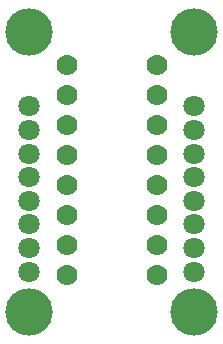
<source format=gts>
G04 Layer: TopSolderMaskLayer*
G04 EasyEDA v5.9.42, Fri, 05 Apr 2019 14:57:40 GMT*
G04 4e9f10f097634dd6829a82e3e2597e5f*
G04 Gerber Generator version 0.2*
G04 Scale: 100 percent, Rotated: No, Reflected: No *
G04 Dimensions in inches *
G04 leading zeros omitted , absolute positions ,2 integer and 4 decimal *
%FSLAX24Y24*%
%MOIN*%
G90*
G70D02*

%ADD21C,0.071000*%
%ADD22C,0.070000*%
%ADD23C,0.158000*%

%LPD*%
G54D21*
G01X6400Y2250D03*
G01X6400Y3037D03*
G01X6400Y3824D03*
G01X6400Y4612D03*
G01X6400Y5399D03*
G01X6400Y6186D03*
G01X6400Y6974D03*
G01X6400Y7761D03*
G01X888Y2250D03*
G01X888Y3037D03*
G01X888Y3824D03*
G01X888Y4612D03*
G01X888Y5399D03*
G01X888Y6186D03*
G01X888Y6974D03*
G01X888Y7761D03*
G54D22*
G01X2150Y2150D03*
G01X2150Y3150D03*
G01X2150Y4150D03*
G01X2150Y5150D03*
G01X2150Y6150D03*
G01X2150Y7150D03*
G01X2150Y8150D03*
G01X2150Y9150D03*
G01X5150Y9150D03*
G01X5150Y8150D03*
G01X5150Y7150D03*
G01X5150Y6150D03*
G01X5150Y5150D03*
G01X5150Y4150D03*
G01X5150Y3150D03*
G01X5150Y2150D03*
G54D23*
G01X6400Y10250D03*
G01X900Y10250D03*
G01X900Y900D03*
G01X6400Y900D03*
M00*
M02*

</source>
